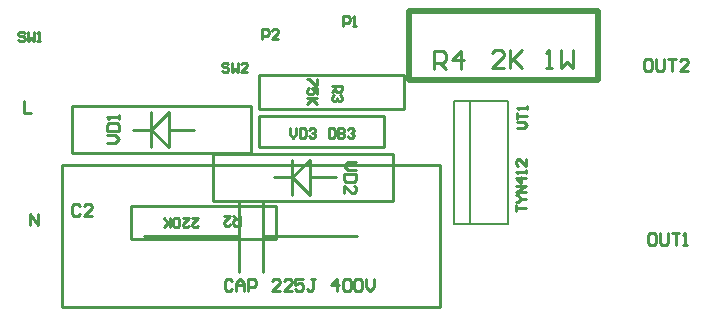
<source format=gto>
G04*
G04 #@! TF.GenerationSoftware,Altium Limited,Altium Designer,22.10.1 (41)*
G04*
G04 Layer_Color=65535*
%FSLAX44Y44*%
%MOMM*%
G71*
G04*
G04 #@! TF.SameCoordinates,B602C00A-04D7-4507-9B25-3B951254DDD7*
G04*
G04*
G04 #@! TF.FilePolarity,Positive*
G04*
G01*
G75*
%ADD10C,0.2540*%
%ADD11C,0.2000*%
%ADD12C,0.5000*%
D10*
X325200Y162300D02*
Y190300D01*
Y162300D02*
X448200D01*
Y190300D01*
X325200D02*
X448200D01*
X478400Y-5700D02*
Y114300D01*
X158400D02*
X478400D01*
X158400Y-5700D02*
Y114300D01*
Y-5700D02*
X478400D01*
X328400Y54300D02*
X408400D01*
X228400D02*
X308400D01*
Y24300D02*
Y74300D01*
Y84300D01*
X328400Y54300D02*
Y84300D01*
Y24300D02*
Y54300D01*
X340200Y51800D02*
Y79800D01*
X217200D02*
X340200D01*
X217200Y51800D02*
Y79800D01*
Y51800D02*
X340200D01*
X166800Y124400D02*
Y164400D01*
Y124400D02*
X318800D01*
Y164400D01*
X166800D02*
X318800D01*
X233800Y129400D02*
Y159400D01*
Y144400D02*
X248800Y159400D01*
Y129400D02*
Y159400D01*
X233800Y144400D02*
X248800Y129400D01*
Y144400D02*
X270800D01*
X218800D02*
X233800D01*
X325500Y129886D02*
Y155886D01*
X431500Y129886D02*
Y155886D01*
X325500D02*
X431500D01*
X325500Y129886D02*
X431500D01*
X286500Y84000D02*
Y124000D01*
Y84000D02*
X438500D01*
Y124000D01*
X286500D02*
X438500D01*
X353500Y89000D02*
Y119000D01*
Y104000D02*
X368500Y119000D01*
Y89000D02*
Y119000D01*
X353500Y104000D02*
X368500Y89000D01*
Y104000D02*
X390500D01*
X338500D02*
X353500D01*
X374299Y187563D02*
Y182232D01*
X372966D01*
X367634Y187563D01*
X366301D01*
X374299Y174234D02*
Y179566D01*
X370300D01*
X371633Y176900D01*
Y175567D01*
X370300Y174234D01*
X367634D01*
X366301Y175567D01*
Y178233D01*
X367634Y179566D01*
X374299Y171568D02*
X366301D01*
X368967D01*
X374299Y166237D01*
X370300Y170236D01*
X366301Y166237D01*
X387501Y181622D02*
X395499D01*
Y177623D01*
X394166Y176290D01*
X391500D01*
X390167Y177623D01*
Y181622D01*
Y178956D02*
X387501Y176290D01*
X394166Y173624D02*
X395499Y172291D01*
Y169626D01*
X394166Y168293D01*
X392833D01*
X391500Y169626D01*
Y170958D01*
Y169626D01*
X390167Y168293D01*
X388834D01*
X387501Y169626D01*
Y172291D01*
X388834Y173624D01*
X299568Y199766D02*
X298235Y201099D01*
X295570D01*
X294237Y199766D01*
Y198433D01*
X295570Y197100D01*
X298235D01*
X299568Y195767D01*
Y194434D01*
X298235Y193101D01*
X295570D01*
X294237Y194434D01*
X302234Y201099D02*
Y193101D01*
X304900Y195767D01*
X307566Y193101D01*
Y201099D01*
X315563Y193101D02*
X310232D01*
X315563Y198433D01*
Y199766D01*
X314230Y201099D01*
X311565D01*
X310232Y199766D01*
X302952Y15969D02*
X301285Y17636D01*
X297953D01*
X296287Y15969D01*
Y9305D01*
X297953Y7639D01*
X301285D01*
X302952Y9305D01*
X306284Y7639D02*
Y14303D01*
X309616Y17636D01*
X312948Y14303D01*
Y7639D01*
Y12637D01*
X306284D01*
X316281Y7639D02*
Y17636D01*
X321279D01*
X322945Y15969D01*
Y12637D01*
X321279Y10971D01*
X316281D01*
X342939Y7639D02*
X336274D01*
X342939Y14303D01*
Y15969D01*
X341273Y17636D01*
X337940D01*
X336274Y15969D01*
X352935Y7639D02*
X346271D01*
X352935Y14303D01*
Y15969D01*
X351269Y17636D01*
X347937D01*
X346271Y15969D01*
X362932Y17636D02*
X356268D01*
Y12637D01*
X359600Y14303D01*
X361266D01*
X362932Y12637D01*
Y9305D01*
X361266Y7639D01*
X357934D01*
X356268Y9305D01*
X372929Y17636D02*
X369597D01*
X371263D01*
Y9305D01*
X369597Y7639D01*
X367931D01*
X366264Y9305D01*
X391256Y7639D02*
Y17636D01*
X386258Y12637D01*
X392923D01*
X396255Y15969D02*
X397921Y17636D01*
X401253D01*
X402919Y15969D01*
Y9305D01*
X401253Y7639D01*
X397921D01*
X396255Y9305D01*
Y15969D01*
X406252D02*
X407918Y17636D01*
X411250D01*
X412916Y15969D01*
Y9305D01*
X411250Y7639D01*
X407918D01*
X406252Y9305D01*
Y15969D01*
X416248Y17636D02*
Y10971D01*
X419581Y7639D01*
X422913Y10971D01*
Y17636D01*
X173934Y79632D02*
X172268Y81298D01*
X168936D01*
X167269Y79632D01*
Y72968D01*
X168936Y71302D01*
X172268D01*
X173934Y72968D01*
X183931Y71302D02*
X177266D01*
X183931Y77966D01*
Y79632D01*
X182264Y81298D01*
X178932D01*
X177266Y79632D01*
X268730Y69799D02*
X274062D01*
X268730Y64467D01*
Y63134D01*
X270063Y61801D01*
X272729D01*
X274062Y63134D01*
X260733Y69799D02*
X266064D01*
X260733Y64467D01*
Y63134D01*
X262066Y61801D01*
X264732D01*
X266064Y63134D01*
X258067D02*
X256734Y61801D01*
X254068D01*
X252736Y63134D01*
Y68466D01*
X254068Y69799D01*
X256734D01*
X258067Y68466D01*
Y63134D01*
X250070Y61801D02*
Y69799D01*
Y67133D01*
X244738Y61801D01*
X248737Y65800D01*
X244738Y69799D01*
X309065Y71199D02*
Y63201D01*
X305066D01*
X303733Y64534D01*
Y67200D01*
X305066Y68533D01*
X309065D01*
X306399D02*
X303733Y71199D01*
X295735D02*
X301067D01*
X295735Y65867D01*
Y64534D01*
X297068Y63201D01*
X299734D01*
X301067Y64534D01*
X328335Y221301D02*
Y229299D01*
X332334D01*
X333667Y227966D01*
Y225300D01*
X332334Y223967D01*
X328335D01*
X341665Y221301D02*
X336333D01*
X341665Y226633D01*
Y227966D01*
X340332Y229299D01*
X337666D01*
X336333Y227966D01*
X131268Y63302D02*
Y73298D01*
X137932Y63302D01*
Y73298D01*
X126068Y168598D02*
Y158602D01*
X132732D01*
X396720Y232286D02*
Y240283D01*
X400719D01*
X402052Y238950D01*
Y236285D01*
X400719Y234952D01*
X396720D01*
X404717Y232286D02*
X407383D01*
X406050D01*
Y240283D01*
X404717Y238950D01*
X126970Y225996D02*
X125637Y227329D01*
X122971D01*
X121638Y225996D01*
Y224664D01*
X122971Y223331D01*
X125637D01*
X126970Y221998D01*
Y220665D01*
X125637Y219332D01*
X122971D01*
X121638Y220665D01*
X129635Y227329D02*
Y219332D01*
X132301Y221998D01*
X134967Y219332D01*
Y227329D01*
X137633Y219332D02*
X140299D01*
X138966D01*
Y227329D01*
X137633Y225996D01*
X532578Y196483D02*
X522421D01*
X532578Y206639D01*
Y209178D01*
X530039Y211717D01*
X524960D01*
X522421Y209178D01*
X537656Y211717D02*
Y196483D01*
Y201561D01*
X547813Y211717D01*
X540195Y204100D01*
X547813Y196483D01*
X568126D02*
X573205D01*
X570666D01*
Y211717D01*
X568126Y209178D01*
X580822Y211717D02*
Y196483D01*
X585901Y201561D01*
X590979Y196483D01*
Y211717D01*
X473904Y196082D02*
Y211318D01*
X481522D01*
X484061Y208778D01*
Y203700D01*
X481522Y201161D01*
X473904D01*
X478983D02*
X484061Y196082D01*
X496757D02*
Y211318D01*
X489139Y203700D01*
X499296D01*
X656671Y204198D02*
X653339D01*
X651673Y202532D01*
Y195868D01*
X653339Y194202D01*
X656671D01*
X658337Y195868D01*
Y202532D01*
X656671Y204198D01*
X661669D02*
Y195868D01*
X663335Y194202D01*
X666668D01*
X668334Y195868D01*
Y204198D01*
X671666D02*
X678331D01*
X674998D01*
Y194202D01*
X688327D02*
X681663D01*
X688327Y200866D01*
Y202532D01*
X686661Y204198D01*
X683329D01*
X681663Y202532D01*
X659737Y57098D02*
X656405D01*
X654739Y55432D01*
Y48768D01*
X656405Y47102D01*
X659737D01*
X661403Y48768D01*
Y55432D01*
X659737Y57098D01*
X664735D02*
Y48768D01*
X666402Y47102D01*
X669734D01*
X671400Y48768D01*
Y57098D01*
X674732D02*
X681397D01*
X678064D01*
Y47102D01*
X684729D02*
X688061D01*
X686395D01*
Y57098D01*
X684729Y55432D01*
X351737Y145785D02*
Y140453D01*
X354403Y137787D01*
X357068Y140453D01*
Y145785D01*
X359734D02*
Y137787D01*
X363733D01*
X365066Y139120D01*
Y144452D01*
X363733Y145785D01*
X359734D01*
X367732Y144452D02*
X369064Y145785D01*
X371730D01*
X373063Y144452D01*
Y143119D01*
X371730Y141786D01*
X370397D01*
X371730D01*
X373063Y140453D01*
Y139120D01*
X371730Y137787D01*
X369064D01*
X367732Y139120D01*
X384437Y145585D02*
Y137587D01*
X388436D01*
X389768Y138920D01*
Y144252D01*
X388436Y145585D01*
X384437D01*
X392434D02*
Y137587D01*
X396433D01*
X397766Y138920D01*
Y140253D01*
X396433Y141586D01*
X392434D01*
X396433D01*
X397766Y142919D01*
Y144252D01*
X396433Y145585D01*
X392434D01*
X400432Y144252D02*
X401764Y145585D01*
X404430D01*
X405763Y144252D01*
Y142919D01*
X404430Y141586D01*
X403097D01*
X404430D01*
X405763Y140253D01*
Y138920D01*
X404430Y137587D01*
X401764D01*
X400432Y138920D01*
X407305Y117129D02*
X400640D01*
X397308Y113797D01*
X400640Y110464D01*
X407305D01*
Y107132D02*
X397308D01*
Y102134D01*
X398974Y100468D01*
X405639D01*
X407305Y102134D01*
Y107132D01*
X397308Y90471D02*
Y97135D01*
X403973Y90471D01*
X405639D01*
X407305Y92137D01*
Y95469D01*
X405639Y97135D01*
X197002Y133537D02*
X203666D01*
X206998Y136869D01*
X203666Y140202D01*
X197002D01*
Y143534D02*
X206998D01*
Y148532D01*
X205332Y150198D01*
X198668D01*
X197002Y148532D01*
Y143534D01*
X206998Y153531D02*
Y156863D01*
Y155197D01*
X197002D01*
X198668Y153531D01*
X544101Y145570D02*
X549433D01*
X552099Y148236D01*
X549433Y150901D01*
X544101D01*
Y153567D02*
Y158899D01*
Y156233D01*
X552099D01*
Y161565D02*
Y164230D01*
Y162897D01*
X544101D01*
X545434Y161565D01*
X543172Y75407D02*
Y80739D01*
Y78073D01*
X551170D01*
X543172Y83405D02*
X544505D01*
X547171Y86070D01*
X544505Y88736D01*
X543172D01*
X547171Y86070D02*
X551170D01*
Y91402D02*
X543172D01*
X551170Y96734D01*
X543172D01*
X551170Y103398D02*
X543172D01*
X547171Y99399D01*
Y104731D01*
X551170Y107397D02*
Y110063D01*
Y108730D01*
X543172D01*
X544505Y107397D01*
X551170Y119393D02*
Y114061D01*
X545838Y119393D01*
X544505D01*
X543172Y118060D01*
Y115394D01*
X544505Y114061D01*
D11*
X452600Y186350D02*
X612850D01*
Y245100D01*
X452600Y186350D02*
Y245100D01*
X612850D01*
X490200Y64800D02*
Y168800D01*
X536200D01*
Y64800D02*
Y168800D01*
X490200Y64800D02*
X536200D01*
X503900D02*
Y168800D01*
D12*
X452600Y186350D02*
Y245100D01*
X612850Y186350D02*
Y245100D01*
X452600D02*
X612850D01*
X452600Y186350D02*
X612850D01*
M02*

</source>
